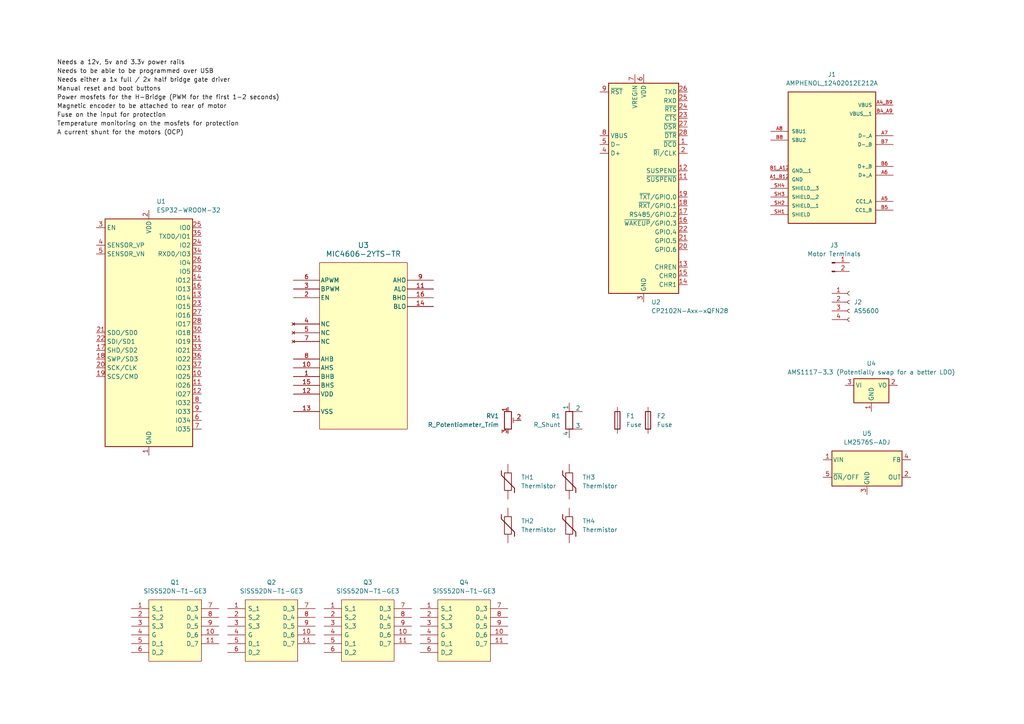
<source format=kicad_sch>
(kicad_sch (version 20231120) (generator "eeschema") (generator_version "8.0")
  (paper "A4")
  (lib_symbols
    (symbol "Connector:Conn_01x02_Pin" (pin_names (offset 1.016) hide)
      (property "Reference" "J" (at 0 2.54 0))
      (property "Value" "Conn_01x02_Pin" (at 0 -5.08 0))
      (symbol "Conn_01x02_Pin_1_1"
        (polyline (pts (xy 1.27 -2.54) (xy 0.8636 -2.54)) (stroke (width 0.1524)))
        (polyline (pts (xy 1.27 0) (xy 0.8636 0)) (stroke (width 0.1524)))
        (rectangle (start 0.8636 -2.413) (end 0 -2.667) (stroke (width 0.1524)) (fill (type outline)))
        (rectangle (start 0.8636 0.127) (end 0 -0.127) (stroke (width 0.1524)) (fill (type outline)))
        (pin passive line (at 5.08 0 180) (length 3.81) (name "Pin_1") (number "1"))
        (pin passive line (at 5.08 -2.54 180) (length 3.81) (name "Pin_2") (number "2"))
      )
    )
    (symbol "Connector:Conn_01x04_Socket" (pin_names (offset 1.016) hide)
      (property "Reference" "J" (at 0 5.08 0))
      (property "Value" "Conn_01x04_Socket" (at 0 -7.62 0))
      (symbol "Conn_01x04_Socket_1_1"
        (arc (start 0 -4.572) (mid -0.5058 -5.08) (end 0 -5.588) (stroke (width 0.1524)))
        (arc (start 0 -2.032) (mid -0.5058 -2.54) (end 0 -3.048) (stroke (width 0.1524)))
        (polyline (pts (xy -1.27 -5.08) (xy -0.508 -5.08)) (stroke (width 0.1524)))
        (polyline (pts (xy -1.27 -2.54) (xy -0.508 -2.54)) (stroke (width 0.1524)))
        (polyline (pts (xy -1.27 0) (xy -0.508 0)) (stroke (width 0.1524)))
        (polyline (pts (xy -1.27 2.54) (xy -0.508 2.54)) (stroke (width 0.1524)))
        (arc (start 0 0.508) (mid -0.5058 0) (end 0 -0.508) (stroke (width 0.1524)))
        (arc (start 0 3.048) (mid -0.5058 2.54) (end 0 2.032) (stroke (width 0.1524)))
        (pin passive line (at -5.08 2.54 0) (length 3.81) (name "Pin_1") (number "1"))
        (pin passive line (at -5.08 0 0) (length 3.81) (name "Pin_2") (number "2"))
        (pin passive line (at -5.08 -2.54 0) (length 3.81) (name "Pin_3") (number "3"))
        (pin passive line (at -5.08 -5.08 0) (length 3.81) (name "Pin_4") (number "4"))
      )
    )
    (symbol "CustomLibrary:AMPHENOL_12402012E212A" (pin_names (offset 1.016))
      (property "Reference" "J" (at -12.7 13.462 0))
      (property "Value" "AMPHENOL_12402012E212A" (at -12.7 -26.162 0))
      (symbol "AMPHENOL_12402012E212A_0_0"
        (rectangle (start -12.7 12.7) (end 12.7 -25.4) (stroke (width 0.254)) (fill (type background)))
        (pin power_in line (at -17.78 -12.7 0) (length 5.08) (name "GND") (number "A1_B12"))
        (pin power_in line (at 17.78 8.89 180) (length 5.08) (name "VBUS") (number "A4_B9"))
        (pin bidirectional line (at 17.78 -19.05 180) (length 5.08) (name "CC1_A") (number "A5"))
        (pin bidirectional line (at 17.78 -11.43 180) (length 5.08) (name "D+_A") (number "A6"))
        (pin bidirectional line (at 17.78 0 180) (length 5.08) (name "D-_A") (number "A7"))
        (pin bidirectional line (at -17.78 1.27 0) (length 5.08) (name "SBU1") (number "A8"))
        (pin power_in line (at -17.78 -10.16 0) (length 5.08) (name "GND__1") (number "B1_A12"))
        (pin power_in line (at 17.78 6.35 180) (length 5.08) (name "VBUS__1") (number "B4_A9"))
        (pin bidirectional line (at 17.78 -21.59 180) (length 5.08) (name "CC1_B") (number "B5"))
        (pin bidirectional line (at 17.78 -8.89 180) (length 5.08) (name "D+_B") (number "B6"))
        (pin bidirectional line (at 17.78 -2.54 180) (length 5.08) (name "D-_B") (number "B7"))
        (pin bidirectional line (at -17.78 -1.27 0) (length 5.08) (name "SBU2") (number "B8"))
        (pin passive line (at -17.78 -22.86 0) (length 5.08) (name "SHIELD") (number "SH1"))
        (pin passive line (at -17.78 -20.32 0) (length 5.08) (name "SHIELD__1") (number "SH2"))
        (pin passive line (at -17.78 -17.78 0) (length 5.08) (name "SHIELD__2") (number "SH3"))
        (pin passive line (at -17.78 -15.24 0) (length 5.08) (name "SHIELD__3") (number "SH4"))
      )
    )
    (symbol "CustomLibrary:MIC4606-2YTS-TR" (pin_names (offset 0.254))
      (property "Reference" "U" (at 20.32 10.16 0))
      (property "Value" "MIC4606-2YTS-TR" (at 20.32 7.62 0))
      (symbol "MIC4606-2YTS-TR_0_1"
        (pin power_in line (at 0 -27.94 0) (length 7.62) (name "BHB") (number "1"))
        (pin power_in line (at 0 -25.4 0) (length 7.62) (name "AHS") (number "10"))
        (pin output line (at 40.64 -2.54 180) (length 7.62) (name "ALO") (number "11"))
        (pin power_in line (at 0 -33.02 0) (length 7.62) (name "VDD") (number "12"))
        (pin power_out line (at 0 -38.1 0) (length 7.62) (name "VSS") (number "13"))
        (pin output line (at 40.64 -7.62 180) (length 7.62) (name "BLO") (number "14"))
        (pin power_in line (at 0 -30.48 0) (length 7.62) (name "BHS") (number "15"))
        (pin output line (at 40.64 -5.08 180) (length 7.62) (name "BHO") (number "16"))
        (pin input line (at 0 -5.08 0) (length 7.62) (name "EN") (number "2"))
        (pin input line (at 0 -2.54 0) (length 7.62) (name "BPWM") (number "3"))
        (pin no_connect line (at 0 -12.7 0) (length 7.62) (name "NC") (number "4"))
        (pin no_connect line (at 0 -15.24 0) (length 7.62) (name "NC") (number "5"))
        (pin input line (at 0 0 0) (length 7.62) (name "APWM") (number "6"))
        (pin no_connect line (at 0 -17.78 0) (length 7.62) (name "NC") (number "7"))
        (pin power_in line (at 0 -22.86 0) (length 7.62) (name "AHB") (number "8"))
        (pin output line (at 40.64 0 180) (length 7.62) (name "AHO") (number "9"))
      )
      (symbol "MIC4606-2YTS-TR_1_1"
        (rectangle (start 7.62 5.08) (end 33.02 -43.18) (fill (type background)))
      )
    )
    (symbol "CustomLibrary:SiSS52DN-T1-GE3" (pin_names (offset 0.762))
      (property "Reference" "Q" (at 21.59 7.62 0))
      (property "Value" "SiSS52DN-T1-GE3" (at 21.59 5.08 0))
      (symbol "SiSS52DN-T1-GE3_0_0"
        (pin passive line (at 0 0 0) (length 5.08) (name "S_1") (number "1"))
        (pin passive line (at 25.4 -7.62 180) (length 5.08) (name "D_6") (number "10"))
        (pin passive line (at 25.4 -10.16 180) (length 5.08) (name "D_7") (number "11"))
        (pin passive line (at 0 -2.54 0) (length 5.08) (name "S_2") (number "2"))
        (pin passive line (at 0 -5.08 0) (length 5.08) (name "S_3") (number "3"))
        (pin passive line (at 0 -7.62 0) (length 5.08) (name "G") (number "4"))
        (pin passive line (at 0 -10.16 0) (length 5.08) (name "D_1") (number "5"))
        (pin passive line (at 0 -12.7 0) (length 5.08) (name "D_2") (number "6"))
        (pin passive line (at 25.4 0 180) (length 5.08) (name "D_3") (number "7"))
        (pin passive line (at 25.4 -2.54 180) (length 5.08) (name "D_4") (number "8"))
        (pin passive line (at 25.4 -5.08 180) (length 5.08) (name "D_5") (number "9"))
      )
      (symbol "SiSS52DN-T1-GE3_1_1"
        (polyline (pts (xy 5.08 2.54) (xy 20.32 2.54) (xy 20.32 -15.24) (xy 5.08 -15.24) (xy 5.08 2.54)) (stroke (width 0.1524)) (fill (type background)))
      )
    )
    (symbol "Device:Fuse" (pin_numbers hide) (pin_names (offset 0))
      (property "Reference" "F" (at 2.032 0 90))
      (property "Value" "Fuse" (at -1.905 0 90))
      (symbol "Fuse_0_1"
        (rectangle (start -0.762 -2.54) (end 0.762 2.54) (stroke (width 0.254)))
        (polyline (pts (xy 0 2.54) (xy 0 -2.54)))
      )
      (symbol "Fuse_1_1"
        (pin passive line (at 0 3.81 270) (length 1.27) (name "~") (number "1"))
        (pin passive line (at 0 -3.81 90) (length 1.27) (name "~") (number "2"))
      )
    )
    (symbol "Device:R_Potentiometer_Trim" (pin_names (offset 1.016) hide)
      (property "Reference" "RV" (at -4.445 0 90))
      (property "Value" "R_Potentiometer_Trim" (at -2.54 0 90))
      (symbol "R_Potentiometer_Trim_0_1"
        (polyline (pts (xy 1.524 0.762) (xy 1.524 -0.762)))
        (polyline (pts (xy 2.54 0) (xy 1.524 0)))
        (rectangle (start 1.016 2.54) (end -1.016 -2.54) (stroke (width 0.254)))
      )
      (symbol "R_Potentiometer_Trim_1_1"
        (pin passive line (at 0 3.81 270) (length 1.27) (name "1") (number "1"))
        (pin passive line (at 3.81 0 180) (length 1.27) (name "2") (number "2"))
        (pin passive line (at 0 -3.81 90) (length 1.27) (name "3") (number "3"))
      )
    )
    (symbol "Device:R_Shunt" (pin_numbers hide) (pin_names (offset 0))
      (property "Reference" "R" (at -4.445 0 90))
      (property "Value" "R_Shunt" (at -2.54 0 90))
      (symbol "R_Shunt_0_1"
        (rectangle (start -1.016 -2.54) (end 1.016 2.54) (stroke (width 0.254)))
        (polyline (pts (xy 0 -2.54) (xy 1.27 -2.54)))
        (polyline (pts (xy 1.27 2.54) (xy 0 2.54)))
      )
      (symbol "R_Shunt_1_1"
        (pin passive line (at 0 5.08 270) (length 2.54) (name "1") (number "1"))
        (pin passive line (at 3.81 2.54 180) (length 2.54) (name "2") (number "2"))
        (pin passive line (at 3.81 -2.54 180) (length 2.54) (name "3") (number "3"))
        (pin passive line (at 0 -5.08 90) (length 2.54) (name "4") (number "4"))
      )
    )
    (symbol "Device:Thermistor" (pin_numbers hide) (pin_names (offset 0))
      (property "Reference" "TH" (at 2.54 1.27 90))
      (property "Value" "Thermistor" (at -2.54 0 90))
      (symbol "Thermistor_0_1"
        (rectangle (start -1.016 2.54) (end 1.016 -2.54) (stroke (width 0.2032)))
        (polyline (pts (xy -1.905 3.175) (xy -1.905 1.905) (xy 1.905 -1.905) (xy 1.905 -3.175) (xy 1.905 -3.175)) (stroke (width 0.254)))
      )
      (symbol "Thermistor_1_1"
        (pin passive line (at 0 5.08 270) (length 2.54) (name "~") (number "1"))
        (pin passive line (at 0 -5.08 90) (length 2.54) (name "~") (number "2"))
      )
    )
    (symbol "Interface_USB:CP2102N-Axx-xQFN28"
      (property "Reference" "U" (at -8.89 31.75 0))
      (property "Value" "CP2102N-Axx-xQFN28" (at 12.7 31.75 0))
      (symbol "CP2102N-Axx-xQFN28_0_1"
        (rectangle (start -10.16 30.48) (end 10.16 -30.48) (stroke (width 0.254)) (fill (type background)))
      )
      (symbol "CP2102N-Axx-xQFN28_1_1"
        (pin input line (at 12.7 12.7 180) (length 2.54) (name "~{DCD}") (number "1"))
        (pin no_connect line (at -10.16 -27.94 0) (length 2.54) hide (name "NC") (number "10"))
        (pin output line (at 12.7 2.54 180) (length 2.54) (name "~{SUSPEND}") (number "11"))
        (pin output line (at 12.7 5.08 180) (length 2.54) (name "SUSPEND") (number "12"))
        (pin output line (at 12.7 -22.86 180) (length 2.54) (name "CHREN") (number "13"))
        (pin output line (at 12.7 -27.94 180) (length 2.54) (name "CHR1") (number "14"))
        (pin output line (at 12.7 -25.4 180) (length 2.54) (name "CHR0") (number "15"))
        (pin bidirectional line (at 12.7 -10.16 180) (length 2.54) (name "~{WAKEUP}/GPIO.3") (number "16"))
        (pin bidirectional line (at 12.7 -7.62 180) (length 2.54) (name "RS485/GPIO.2") (number "17"))
        (pin bidirectional line (at 12.7 -5.08 180) (length 2.54) (name "~{RXT}/GPIO.1") (number "18"))
        (pin bidirectional line (at 12.7 -2.54 180) (length 2.54) (name "~{TXT}/GPIO.0") (number "19"))
        (pin bidirectional line (at 12.7 10.16 180) (length 2.54) (name "~{RI}/CLK") (number "2"))
        (pin bidirectional line (at 12.7 -17.78 180) (length 2.54) (name "GPIO.6") (number "20"))
        (pin bidirectional line (at 12.7 -15.24 180) (length 2.54) (name "GPIO.5") (number "21"))
        (pin bidirectional line (at 12.7 -12.7 180) (length 2.54) (name "GPIO.4") (number "22"))
        (pin input line (at 12.7 20.32 180) (length 2.54) (name "~{CTS}") (number "23"))
        (pin output line (at 12.7 22.86 180) (length 2.54) (name "~{RTS}") (number "24"))
        (pin input line (at 12.7 25.4 180) (length 2.54) (name "RXD") (number "25"))
        (pin output line (at 12.7 27.94 180) (length 2.54) (name "TXD") (number "26"))
        (pin input line (at 12.7 17.78 180) (length 2.54) (name "~{DSR}") (number "27"))
        (pin output line (at 12.7 15.24 180) (length 2.54) (name "~{DTR}") (number "28"))
        (pin passive line (at 0 -33.02 90) (length 2.54) hide (name "GND") (number "29"))
        (pin power_in line (at 0 -33.02 90) (length 2.54) (name "GND") (number "3"))
        (pin bidirectional line (at -12.7 10.16 0) (length 2.54) (name "D+") (number "4"))
        (pin bidirectional line (at -12.7 12.7 0) (length 2.54) (name "D-") (number "5"))
        (pin power_in line (at 0 33.02 270) (length 2.54) (name "VDD") (number "6"))
        (pin power_in line (at -2.54 33.02 270) (length 2.54) (name "VREGIN") (number "7"))
        (pin input line (at -12.7 15.24 0) (length 2.54) (name "VBUS") (number "8"))
        (pin input line (at -12.7 27.94 0) (length 2.54) (name "~{RST}") (number "9"))
      )
    )
    (symbol "RF_Module:ESP32-WROOM-32"
      (property "Reference" "U" (at -12.7 34.29 0))
      (property "Value" "ESP32-WROOM-32" (at 1.27 34.29 0))
      (symbol "ESP32-WROOM-32_0_1"
        (rectangle (start -12.7 33.02) (end 12.7 -33.02) (stroke (width 0.254)) (fill (type background)))
      )
      (symbol "ESP32-WROOM-32_1_1"
        (pin power_in line (at 0 -35.56 90) (length 2.54) (name "GND") (number "1"))
        (pin bidirectional line (at 15.24 -12.7 180) (length 2.54) (name "IO25") (number "10"))
        (pin bidirectional line (at 15.24 -15.24 180) (length 2.54) (name "IO26") (number "11"))
        (pin bidirectional line (at 15.24 -17.78 180) (length 2.54) (name "IO27") (number "12"))
        (pin bidirectional line (at 15.24 10.16 180) (length 2.54) (name "IO14") (number "13"))
        (pin bidirectional line (at 15.24 15.24 180) (length 2.54) (name "IO12") (number "14"))
        (pin passive line (at 0 -35.56 90) (length 2.54) hide (name "GND") (number "15"))
        (pin bidirectional line (at 15.24 12.7 180) (length 2.54) (name "IO13") (number "16"))
        (pin bidirectional line (at -15.24 -5.08 0) (length 2.54) (name "SHD/SD2") (number "17"))
        (pin bidirectional line (at -15.24 -7.62 0) (length 2.54) (name "SWP/SD3") (number "18"))
        (pin bidirectional line (at -15.24 -12.7 0) (length 2.54) (name "SCS/CMD") (number "19"))
        (pin power_in line (at 0 35.56 270) (length 2.54) (name "VDD") (number "2"))
        (pin bidirectional line (at -15.24 -10.16 0) (length 2.54) (name "SCK/CLK") (number "20"))
        (pin bidirectional line (at -15.24 0 0) (length 2.54) (name "SDO/SD0") (number "21"))
        (pin bidirectional line (at -15.24 -2.54 0) (length 2.54) (name "SDI/SD1") (number "22"))
        (pin bidirectional line (at 15.24 7.62 180) (length 2.54) (name "IO15") (number "23"))
        (pin bidirectional line (at 15.24 25.4 180) (length 2.54) (name "IO2") (number "24"))
        (pin bidirectional line (at 15.24 30.48 180) (length 2.54) (name "IO0") (number "25"))
        (pin bidirectional line (at 15.24 20.32 180) (length 2.54) (name "IO4") (number "26"))
        (pin bidirectional line (at 15.24 5.08 180) (length 2.54) (name "IO16") (number "27"))
        (pin bidirectional line (at 15.24 2.54 180) (length 2.54) (name "IO17") (number "28"))
        (pin bidirectional line (at 15.24 17.78 180) (length 2.54) (name "IO5") (number "29"))
        (pin input line (at -15.24 30.48 0) (length 2.54) (name "EN") (number "3"))
        (pin bidirectional line (at 15.24 0 180) (length 2.54) (name "IO18") (number "30"))
        (pin bidirectional line (at 15.24 -2.54 180) (length 2.54) (name "IO19") (number "31"))
        (pin no_connect line (at -12.7 -27.94 0) (length 2.54) hide (name "NC") (number "32"))
        (pin bidirectional line (at 15.24 -5.08 180) (length 2.54) (name "IO21") (number "33"))
        (pin bidirectional line (at 15.24 22.86 180) (length 2.54) (name "RXD0/IO3") (number "34"))
        (pin bidirectional line (at 15.24 27.94 180) (length 2.54) (name "TXD0/IO1") (number "35"))
        (pin bidirectional line (at 15.24 -7.62 180) (length 2.54) (name "IO22") (number "36"))
        (pin bidirectional line (at 15.24 -10.16 180) (length 2.54) (name "IO23") (number "37"))
        (pin passive line (at 0 -35.56 90) (length 2.54) hide (name "GND") (number "38"))
        (pin passive line (at 0 -35.56 90) (length 2.54) hide (name "GND") (number "39"))
        (pin input line (at -15.24 25.4 0) (length 2.54) (name "SENSOR_VP") (number "4"))
        (pin input line (at -15.24 22.86 0) (length 2.54) (name "SENSOR_VN") (number "5"))
        (pin input line (at 15.24 -25.4 180) (length 2.54) (name "IO34") (number "6"))
        (pin input line (at 15.24 -27.94 180) (length 2.54) (name "IO35") (number "7"))
        (pin bidirectional line (at 15.24 -20.32 180) (length 2.54) (name "IO32") (number "8"))
        (pin bidirectional line (at 15.24 -22.86 180) (length 2.54) (name "IO33") (number "9"))
      )
    )
    (symbol "Regulator_Linear:AMS1117-3.3"
      (property "Reference" "U" (at -3.81 3.175 0))
      (property "Value" "AMS1117-3.3" (at 0 3.175 0))
      (symbol "AMS1117-3.3_0_1"
        (rectangle (start -5.08 -5.08) (end 5.08 1.905) (stroke (width 0.254)) (fill (type background)))
      )
      (symbol "AMS1117-3.3_1_1"
        (pin power_in line (at 0 -7.62 90) (length 2.54) (name "GND") (number "1"))
        (pin power_out line (at 7.62 0 180) (length 2.54) (name "VO") (number "2"))
        (pin power_in line (at -7.62 0 0) (length 2.54) (name "VI") (number "3"))
      )
    )
    (symbol "Regulator_Switching:LM2576S-ADJ" (pin_names (offset 0.254))
      (property "Reference" "U" (at -10.16 6.35 0))
      (property "Value" "LM2576S-ADJ" (at 0 6.35 0))
      (symbol "LM2576S-ADJ_0_1"
        (rectangle (start -10.16 5.08) (end 10.16 -5.08) (stroke (width 0.254)) (fill (type background)))
      )
      (symbol "LM2576S-ADJ_1_1"
        (pin power_in line (at -12.7 2.54 0) (length 2.54) (name "VIN") (number "1"))
        (pin output line (at 12.7 -2.54 180) (length 2.54) (name "OUT") (number "2"))
        (pin power_in line (at 0 -7.62 90) (length 2.54) (name "GND") (number "3"))
        (pin input line (at 12.7 2.54 180) (length 2.54) (name "FB") (number "4"))
        (pin input line (at -12.7 -2.54 0) (length 2.54) (name "~{ON}/OFF") (number "5"))
      )
    )
  )
  (label "Temperature monitoring on the mosfets for protection" (at 16.51 36.83 0))
  (label "Fuse on the input for protection" (at 16.51 34.29 0))
  (label "Magnetic encoder to be attached to rear of motor" (at 16.51 31.75 0))
  (label "A current shunt for the motors (OCP)" (at 16.51 39.37 0))
  (label "Needs a 12v, 5v and 3.3v power rails" (at 16.51 19.05 0))
  (label "Needs either a 1x full {slash} 2x half bridge gate driver" (at 16.51 24.13 0))
  (label "Power mosfets for the H-Bridge (PWM for the first 1-2 seconds)" (at 16.51 29.21 0))
  (label "Needs to be able to be programmed over USB" (at 16.51 21.59 0))
  (label "Manual reset and boot buttons" (at 16.51 26.67 0))
  (symbol (lib_id "Device:Fuse") (at 187.96 121.92 0) (unit 1)
    (property "Reference" "F2" (at 190.5 120.6499 0) (effects (justify left)))
    (property "Value" "Fuse" (at 190.5 123.1899 0) (effects (justify left)))
    (property "Description" "Fuse" (effects (hide yes)))
  )
  (symbol (lib_id "CustomLibrary:MIC4606-2YTS-TR") (at 85.09 81.28 0) (unit 1)
    (property "Reference" "U3" (at 105.41 71.12 0) (effects (font (size 1.524 1.524))))
    (property "Value" "MIC4606-2YTS-TR" (at 105.41 73.66 0) (effects (font (size 1.524 1.524))))
    (property "Footprint" "TSSOP16_TS_MCH_MIS" (effects (hide yes)))
    (property "Datasheet" "MIC4606-2YTS-TR" (effects (hide yes)))
  )
  (symbol (lib_id "CustomLibrary:AMPHENOL_12402012E212A") (at 241.3 39.37 0) (unit 1)
    (property "Reference" "J1" (at 241.3 21.59 0))
    (property "Value" "AMPHENOL_12402012E212A" (at 241.3 24.13 0))
    (property "Footprint" "CustomLibrary:AMPHENOL_12402012E212A" (effects (hide yes)))
    (property "PARTREV" "4" (effects (hide yes)))
    (property "STANDARD" "Manufacturer Recommendations" (effects (hide yes)))
    (property "MAXIMUM_PACKAGE_HEIGHT" "3.26 mm" (effects (hide yes)))
    (property "MANUFACTURER" "Amphenol" (effects (hide yes)))
  )
  (symbol (lib_id "CustomLibrary:SiSS52DN-T1-GE3") (at 93.98 176.53 0) (unit 1)
    (property "Reference" "Q3" (at 106.68 168.91 0))
    (property "Value" "SiSS52DN-T1-GE3" (at 106.68 171.45 0))
    (property "Footprint" "SISS94DNT1GE3" (effects (hide yes)))
    (property "Datasheet" "https://www.vishay.com/docs/79977/siss52dn.pdf" (effects (hide yes)))
    (property "Description" "N-Channel 30 V (D-S) MOSFET" (effects (hide yes)))
    (property "Height" "1.12" (effects (hide yes)))
    (property "Manufacturer_Name" "Vishay" (effects (hide yes)))
    (property "Manufacturer_Part_Number" "SiSS52DN-T1-GE3" (effects (hide yes)))
    (property "Mouser Part Number" "78-SISS52DN-T1-GE3" (effects (hide yes)))
    (property "Mouser Price/Stock" "https://www.mouser.co.uk/ProductDetail/Vishay-Siliconix/SISS52DN-T1-GE3?qs=DPoM0jnrROULVlp925WBLg%3D%3D" (effects (hide yes)))
    (property "Arrow Part Number" "SISS52DN-T1-GE3" (effects (hide yes)))
    (property "Arrow Price/Stock" "https://www.arrow.com/en/products/siss52dn-t1-ge3/vishay?region=nac" (effects (hide yes)))
  )
  (symbol (lib_id "Device:Fuse") (at 179.07 121.92 0) (unit 1)
    (property "Reference" "F1" (at 181.61 120.6499 0) (effects (justify left)))
    (property "Value" "Fuse" (at 181.61 123.1899 0) (effects (justify left)))
    (property "Description" "Fuse" (effects (hide yes)))
  )
  (symbol (lib_id "Device:Thermistor") (at 165.1 139.7 0) (unit 1)
    (property "Reference" "TH3" (at 168.91 138.4299 0) (effects (justify left)))
    (property "Value" "Thermistor" (at 168.91 140.9699 0) (effects (justify left)))
    (property "Description" "Temperature dependent resistor" (effects (hide yes)))
  )
  (symbol (lib_id "Device:R_Potentiometer_Trim") (at 147.32 121.92 0) (unit 1)
    (property "Reference" "RV1" (at 144.78 120.6499 0) (effects (justify right)))
    (property "Value" "R_Potentiometer_Trim" (at 144.78 123.1899 0) (effects (justify right)))
    (property "Description" "Trim-potentiometer" (effects (hide yes)))
  )
  (symbol (lib_id "Connector:Conn_01x04_Socket") (at 246.38 87.63 0) (unit 1)
    (property "Reference" "J2" (at 247.65 87.6299 0) (effects (justify left)))
    (property "Value" "AS5600" (at 247.65 90.1699 0) (effects (justify left)))
    (property "Description" "Generic connector, single row, 01x04, script generated" (effects (hide yes)))
  )
  (symbol (lib_id "Connector:Conn_01x02_Pin") (at 241.3 76.2 0) (unit 1)
    (property "Reference" "J3" (at 241.935 71.12 0))
    (property "Value" "Motor Terminals" (at 241.935 73.66 0))
    (property "Description" "Generic connector, single row, 01x02, script generated" (effects (hide yes)))
  )
  (symbol (lib_id "Regulator_Switching:LM2576S-ADJ") (at 251.46 135.89 0) (unit 1)
    (property "Reference" "U5" (at 251.46 125.73 0))
    (property "Value" "LM2576S-ADJ" (at 251.46 128.27 0))
    (property "Footprint" "Package_TO_SOT_SMD:TO-263-5_TabPin3" (effects (hide yes)))
    (property "Datasheet" "http://www.ti.com/lit/ds/symlink/lm2576.pdf" (effects (hide yes)))
    (property "Description" "Adjustable Output Voltage, 3A SIMPLE SWITCHER® Step-Down Voltage Regulator, TO-263" (effects (hide yes)))
  )
  (symbol (lib_id "Regulator_Linear:AMS1117-3.3") (at 252.73 111.76 0) (unit 1)
    (property "Reference" "U4" (at 252.73 105.41 0))
    (property "Value" "AMS1117-3.3 (Potentially swap for a better LDO)" (at 252.73 107.95 0))
    (property "Footprint" "Package_TO_SOT_SMD:SOT-223-3_TabPin2" (effects (hide yes)))
    (property "Datasheet" "http://www.advanced-monolithic.com/pdf/ds1117.pdf" (effects (hide yes)))
    (property "Description" "1A Low Dropout regulator, positive, 3.3V fixed output, SOT-223" (effects (hide yes)))
  )
  (symbol (lib_id "Interface_USB:CP2102N-Axx-xQFN28") (at 186.69 54.61 0) (unit 1)
    (property "Reference" "U2" (at 188.8841 87.63 0) (effects (justify left)))
    (property "Value" "CP2102N-Axx-xQFN28" (at 188.8841 90.17 0) (effects (justify left)))
    (property "Footprint" "Package_DFN_QFN:QFN-28-1EP_5x5mm_P0.5mm_EP3.35x3.35mm" (effects (hide yes)))
    (property "Datasheet" "https://www.silabs.com/documents/public/data-sheets/cp2102n-datasheet.pdf" (effects (hide yes)))
    (property "Description" "USB to UART master bridge, QFN-28" (effects (hide yes)))
  )
  (symbol (lib_id "Device:R_Shunt") (at 165.1 121.92 0) (unit 1)
    (property "Reference" "R1" (at 162.56 120.6499 0) (effects (justify right)))
    (property "Value" "R_Shunt" (at 162.56 123.1899 0) (effects (justify right)))
    (property "Description" "Shunt resistor" (effects (hide yes)))
  )
  (symbol (lib_id "CustomLibrary:SiSS52DN-T1-GE3") (at 66.04 176.53 0) (unit 1)
    (property "Reference" "Q2" (at 78.74 168.91 0))
    (property "Value" "SiSS52DN-T1-GE3" (at 78.74 171.45 0))
    (property "Footprint" "SISS94DNT1GE3" (effects (hide yes)))
    (property "Datasheet" "https://www.vishay.com/docs/79977/siss52dn.pdf" (effects (hide yes)))
    (property "Description" "N-Channel 30 V (D-S) MOSFET" (effects (hide yes)))
    (property "Height" "1.12" (effects (hide yes)))
    (property "Manufacturer_Name" "Vishay" (effects (hide yes)))
    (property "Manufacturer_Part_Number" "SiSS52DN-T1-GE3" (effects (hide yes)))
    (property "Mouser Part Number" "78-SISS52DN-T1-GE3" (effects (hide yes)))
    (property "Mouser Price/Stock" "https://www.mouser.co.uk/ProductDetail/Vishay-Siliconix/SISS52DN-T1-GE3?qs=DPoM0jnrROULVlp925WBLg%3D%3D" (effects (hide yes)))
    (property "Arrow Part Number" "SISS52DN-T1-GE3" (effects (hide yes)))
    (property "Arrow Price/Stock" "https://www.arrow.com/en/products/siss52dn-t1-ge3/vishay?region=nac" (effects (hide yes)))
  )
  (symbol (lib_id "CustomLibrary:SiSS52DN-T1-GE3") (at 38.1 176.53 0) (unit 1)
    (property "Reference" "Q1" (at 50.8 168.91 0))
    (property "Value" "SiSS52DN-T1-GE3" (at 50.8 171.45 0))
    (property "Footprint" "SISS94DNT1GE3" (effects (hide yes)))
    (property "Datasheet" "https://www.vishay.com/docs/79977/siss52dn.pdf" (effects (hide yes)))
    (property "Description" "N-Channel 30 V (D-S) MOSFET" (effects (hide yes)))
    (property "Height" "1.12" (effects (hide yes)))
    (property "Manufacturer_Name" "Vishay" (effects (hide yes)))
    (property "Manufacturer_Part_Number" "SiSS52DN-T1-GE3" (effects (hide yes)))
    (property "Mouser Part Number" "78-SISS52DN-T1-GE3" (effects (hide yes)))
    (property "Mouser Price/Stock" "https://www.mouser.co.uk/ProductDetail/Vishay-Siliconix/SISS52DN-T1-GE3?qs=DPoM0jnrROULVlp925WBLg%3D%3D" (effects (hide yes)))
    (property "Arrow Part Number" "SISS52DN-T1-GE3" (effects (hide yes)))
    (property "Arrow Price/Stock" "https://www.arrow.com/en/products/siss52dn-t1-ge3/vishay?region=nac" (effects (hide yes)))
  )
  (symbol (lib_id "Device:Thermistor") (at 147.32 139.7 0) (unit 1)
    (property "Reference" "TH1" (at 151.13 138.4299 0) (effects (justify left)))
    (property "Value" "Thermistor" (at 151.13 140.9699 0) (effects (justify left)))
    (property "Description" "Temperature dependent resistor" (effects (hide yes)))
  )
  (symbol (lib_id "Device:Thermistor") (at 165.1 152.4 0) (unit 1)
    (property "Reference" "TH4" (at 168.91 151.1299 0) (effects (justify left)))
    (property "Value" "Thermistor" (at 168.91 153.6699 0) (effects (justify left)))
    (property "Description" "Temperature dependent resistor" (effects (hide yes)))
  )
  (symbol (lib_id "CustomLibrary:SiSS52DN-T1-GE3") (at 121.92 176.53 0) (unit 1)
    (property "Reference" "Q4" (at 134.62 168.91 0))
    (property "Value" "SiSS52DN-T1-GE3" (at 134.62 171.45 0))
    (property "Footprint" "SISS94DNT1GE3" (effects (hide yes)))
    (property "Datasheet" "https://www.vishay.com/docs/79977/siss52dn.pdf" (effects (hide yes)))
    (property "Description" "N-Channel 30 V (D-S) MOSFET" (effects (hide yes)))
    (property "Height" "1.12" (effects (hide yes)))
    (property "Manufacturer_Name" "Vishay" (effects (hide yes)))
    (property "Manufacturer_Part_Number" "SiSS52DN-T1-GE3" (effects (hide yes)))
    (property "Mouser Part Number" "78-SISS52DN-T1-GE3" (effects (hide yes)))
    (property "Mouser Price/Stock" "https://www.mouser.co.uk/ProductDetail/Vishay-Siliconix/SISS52DN-T1-GE3?qs=DPoM0jnrROULVlp925WBLg%3D%3D" (effects (hide yes)))
    (property "Arrow Part Number" "SISS52DN-T1-GE3" (effects (hide yes)))
    (property "Arrow Price/Stock" "https://www.arrow.com/en/products/siss52dn-t1-ge3/vishay?region=nac" (effects (hide yes)))
  )
  (symbol (lib_id "RF_Module:ESP32-WROOM-32") (at 43.18 96.52 0) (unit 1)
    (property "Reference" "U1" (at 45.3741 58.42 0) (effects (justify left)))
    (property "Value" "ESP32-WROOM-32" (at 45.3741 60.96 0) (effects (justify left)))
    (property "Footprint" "RF_Module:ESP32-WROOM-32" (effects (hide yes)))
    (property "Datasheet" "https://www.espressif.com/sites/default/files/documentation/esp32-wroom-32_datasheet_en.pdf" (effects (hide yes)))
    (property "Description" "RF Module, ESP32-D0WDQ6 SoC, Wi-Fi 802.11b/g/n, Bluetooth, BLE, 32-bit, 2.7-3.6V, onboard antenna, SMD" (effects (hide yes)))
  )
  (symbol (lib_id "Device:Thermistor") (at 147.32 152.4 0) (unit 1)
    (property "Reference" "TH2" (at 151.13 151.1299 0) (effects (justify left)))
    (property "Value" "Thermistor" (at 151.13 153.6699 0) (effects (justify left)))
    (property "Description" "Temperature dependent resistor" (effects (hide yes)))
  )
)
</source>
